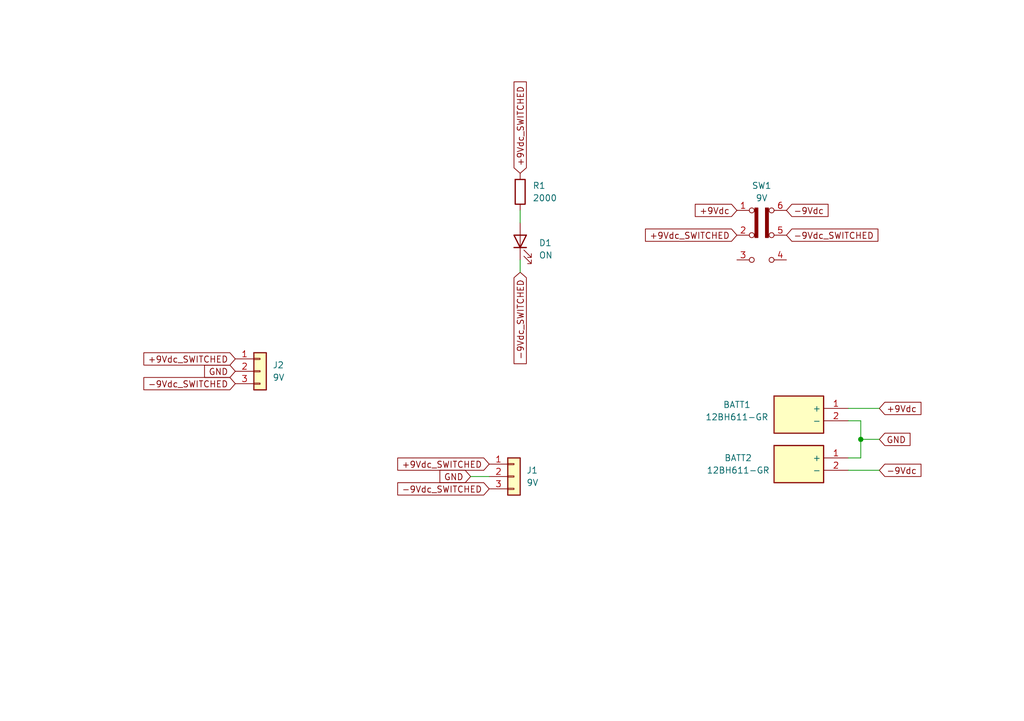
<source format=kicad_sch>
(kicad_sch (version 20231120) (generator "eeschema") (generator_version "8.0")
  (paper "A5")
  (title_block (title "OpAmp Battery Board") (rev "0.1"))
  (lib_symbols
    (symbol "Batt:12BH611-GR"
      (property "Reference" "BT" (at 16.51 7.62 0))
      (property "Value" "12BH611-GR" (at 16.51 5.08 0))
      (symbol "12BH611-GR_1_1"
        (rectangle (start 5.08 2.54) (end 15.24 -5.08) (stroke (width 0.254)) (fill (type background)))
        (pin passive line (at 0 -2.54 0) (length 5.08) (name "+") (number "1"))
        (pin passive line (at 0 0 0) (length 5.08) (name "-") (number "2"))
      )
    )
    (symbol "Device:LED" (pin_numbers hide) (pin_names (offset 1.016) hide)
      (property "Reference" "D" (at 0 2.54 0))
      (property "Value" "LED" (at 0 -2.54 0))
      (symbol "LED_0_1"
        (polyline (pts (xy -1.27 -1.27) (xy -1.27 1.27)) (stroke (width 0.254)))
        (polyline (pts (xy -1.27 0) (xy 1.27 0)))
        (polyline (pts (xy 1.27 -1.27) (xy 1.27 1.27) (xy -1.27 0) (xy 1.27 -1.27)) (stroke (width 0.254)))
        (polyline (pts (xy -3.048 -0.762) (xy -4.572 -2.286) (xy -3.81 -2.286) (xy -4.572 -2.286) (xy -4.572 -1.524)))
        (polyline (pts (xy -1.778 -0.762) (xy -3.302 -2.286) (xy -2.54 -2.286) (xy -3.302 -2.286) (xy -3.302 -1.524)))
      )
      (symbol "LED_1_1"
        (pin passive line (at -3.81 0 0) (length 2.54) (name "K") (number "1"))
        (pin passive line (at 3.81 0 180) (length 2.54) (name "A") (number "2"))
      )
    )
    (symbol "Device:R" (pin_numbers hide) (pin_names (offset 0))
      (property "Reference" "R" (at 2.032 0 90))
      (property "Value" "R" (at 0 0 90))
      (symbol "R_0_1"
        (rectangle (start -1.016 -2.54) (end 1.016 2.54) (stroke (width 0.254)))
      )
      (symbol "R_1_1"
        (pin passive line (at 0 3.81 270) (length 1.27) (name "~") (number "1"))
        (pin passive line (at 0 -3.81 90) (length 1.27) (name "~") (number "2"))
      )
    )
    (symbol "PCM_4ms_Connector:Conn_01x03" (pin_names (offset 1.016) hide)
      (property "Reference" "J" (at 0 5.08 0))
      (property "Value" "Conn_01x03" (at 0 -5.08 0))
      (symbol "Conn_01x03_1_1"
        (rectangle (start -1.27 -2.413) (end 0 -2.667) (stroke (width 0.1524)))
        (rectangle (start -1.27 0.127) (end 0 -0.127) (stroke (width 0.1524)))
        (rectangle (start -1.27 2.667) (end 0 2.413) (stroke (width 0.1524)))
        (rectangle (start -1.27 3.81) (end 1.27 -3.81) (stroke (width 0.254)) (fill (type background)))
        (pin passive line (at -5.08 2.54 0) (length 3.81) (name "Pin_1") (number "1"))
        (pin passive line (at -5.08 0 0) (length 3.81) (name "Pin_2") (number "2"))
        (pin passive line (at -5.08 -2.54 0) (length 3.81) (name "Pin_3") (number "3"))
      )
    )
    (symbol "Switch:SW_Slide_DPDT" (pin_names (offset 0) hide)
      (property "Reference" "SW" (at 0 6.858 0))
      (property "Value" "SW_Slide_DPDT" (at 0 -8.128 0))
      (symbol "SW_Slide_DPDT_0_0"
        (circle (center -2.032 -5.08) (radius 0.508))
        (circle (center -2.032 5.08) (radius 0.508))
        (circle (center 2.032 -5.08) (radius 0.508))
        (circle (center 2.032 0) (radius 0.508))
      )
      (symbol "SW_Slide_DPDT_0_1"
        (circle (center -2.032 0) (radius 0.508))
        (circle (center 2.032 5.08) (radius 0.508))
      )
      (symbol "SW_Slide_DPDT_1_1"
        (rectangle (start -1.397 5.588) (end -0.762 -0.508) (fill (type outline)))
        (rectangle (start 0.762 5.588) (end 1.397 -0.508) (fill (type outline)))
        (pin passive line (at -5.08 5.08 0) (length 2.54) (name "A") (number "1"))
        (pin passive line (at -5.08 0 0) (length 2.54) (name "B") (number "2"))
        (pin passive line (at -5.08 -5.08 0) (length 2.54) (name "C") (number "3"))
        (pin passive line (at 5.08 -5.08 180) (length 2.54) (name "A") (number "4"))
        (pin passive line (at 5.08 0 180) (length 2.54) (name "B") (number "5"))
        (pin passive line (at 5.08 5.08 180) (length 2.54) (name "C") (number "6"))
      )
    )
  )
  (junction (at 176.53 90.17))
  (wire (pts (xy 106.68 53.34) (xy 106.68 55.88)))
  (wire (pts (xy 176.53 90.17) (xy 180.34 90.17)))
  (wire (pts (xy 176.53 90.17) (xy 176.53 93.98)))
  (wire (pts (xy 96.52 97.79) (xy 100.33 97.79)))
  (wire (pts (xy 173.99 86.36) (xy 176.53 86.36)))
  (wire (pts (xy 176.53 93.98) (xy 173.99 93.98)))
  (wire (pts (xy 173.99 83.82) (xy 180.34 83.82)))
  (wire (pts (xy 173.99 96.52) (xy 180.34 96.52)))
  (wire (pts (xy 176.53 86.36) (xy 176.53 90.17)))
  (wire (pts (xy 106.68 43.18) (xy 106.68 45.72)))
  (global_label "GND" (shape input) (at 180.34 90.17 0) (property "Intersheetrefs" "${INTERSHEET_REFS}" (effects (hide yes))))
  (global_label "-9Vdc_SWITCHED" (shape input) (at 106.68 55.88 270) (property "Intersheetrefs" "${INTERSHEET_REFS}" (effects (hide yes))))
  (global_label "+9Vdc_SWITCHED" (shape input) (at 151.13 48.26 180) (property "Intersheetrefs" "${INTERSHEET_REFS}" (effects (hide yes))))
  (global_label "+9Vdc_SWITCHED" (shape input) (at 100.33 95.25 180) (property "Intersheetrefs" "${INTERSHEET_REFS}" (effects (hide yes))))
  (global_label "+9Vdc" (shape input) (at 180.34 83.82 0) (property "Intersheetrefs" "${INTERSHEET_REFS}" (effects (hide yes))))
  (global_label "+9Vdc" (shape input) (at 151.13 43.18 180) (property "Intersheetrefs" "${INTERSHEET_REFS}" (effects (hide yes))))
  (global_label "GND" (shape input) (at 48.26 76.2 180) (property "Intersheetrefs" "${INTERSHEET_REFS}" (effects (hide yes))))
  (global_label "-9Vdc_SWITCHED" (shape input) (at 48.26 78.74 180) (property "Intersheetrefs" "${INTERSHEET_REFS}" (effects (hide yes))))
  (global_label "-9Vdc" (shape input) (at 161.29 43.18 0) (property "Intersheetrefs" "${INTERSHEET_REFS}" (effects (hide yes))))
  (global_label "+9Vdc_SWITCHED" (shape input) (at 106.68 35.56 90) (property "Intersheetrefs" "${INTERSHEET_REFS}" (effects (hide yes))))
  (global_label "-9Vdc_SWITCHED" (shape input) (at 161.29 48.26 0) (property "Intersheetrefs" "${INTERSHEET_REFS}" (effects (hide yes))))
  (global_label "+9Vdc_SWITCHED" (shape input) (at 48.26 73.66 180) (property "Intersheetrefs" "${INTERSHEET_REFS}" (effects (hide yes))))
  (global_label "-9Vdc" (shape input) (at 180.34 96.52 0) (property "Intersheetrefs" "${INTERSHEET_REFS}" (effects (hide yes))))
  (global_label "-9Vdc_SWITCHED" (shape input) (at 100.33 100.33 180) (property "Intersheetrefs" "${INTERSHEET_REFS}" (effects (hide yes))))
  (global_label "GND" (shape input) (at 96.52 97.79 180) (property "Intersheetrefs" "${INTERSHEET_REFS}" (effects (hide yes))))
  (symbol (lib_id "Device:LED") (at 106.68 49.53 90) (unit 1)
    (property "Reference" "D1" (at 110.49 49.8474 90) (effects (justify right)))
    (property "Value" "ON" (at 110.49 52.3874 90) (effects (justify right)))
    (property "Footprint" "LED_THT:LED_D5.0mm" (effects (hide yes)))
    (property "Description" "Light emitting diode" (effects (hide yes)))
  )
  (symbol (lib_id "Device:R") (at 106.68 39.37 0) (unit 1)
    (property "Reference" "R1" (at 109.22 38.0999 0) (effects (justify left)))
    (property "Value" "2000" (at 109.22 40.6399 0) (effects (justify left)))
    (property "Footprint" "Resistor_THT:R_Axial_DIN0207_L6.3mm_D2.5mm_P10.16mm_Horizontal" (effects (hide yes)))
    (property "Description" "Resistor" (effects (hide yes)))
  )
  (symbol (lib_id "Batt:12BH611-GR") (at 173.99 96.52 180) (unit 1)
    (property "Reference" "BATT2" (at 151.384 93.98 0))
    (property "Value" "12BH611-GR" (at 151.384 96.52 0))
    (property "Footprint" "Batt:12BH611GR" (effects (hide yes)))
    (property "Datasheet" "https://www.mouser.com/datasheet/2/209/EPD-200766-1274481.pdf" (effects (hide yes)))
    (property "Description" "9V Battery Snaps & Contacts 9V PC BLK" (effects (hide yes)))
    (property "Height" "21" (effects (hide yes)))
    (property "Manufacturer_Name" "Eagle Plastic Devices" (effects (hide yes)))
    (property "Manufacturer_Part_Number" "12BH611-GR" (effects (hide yes)))
    (property "Mouser Part Number" "12BH611-GR" (effects (hide yes)))
    (property "Mouser Price/Stock" "https://www.mouser.co.uk/ProductDetail/Eagle-Plastic-Devices/12BH611-GR?qs=1oCNi33g9sc5AWzrf3Mgtg%3D%3D" (effects (hide yes)))
  )
  (symbol (lib_id "PCM_4ms_Connector:Conn_01x03") (at 53.34 76.2 0) (unit 1)
    (property "Reference" "J2" (at 55.88 74.9299 0) (effects (justify left)))
    (property "Value" "9V" (at 55.88 77.4699 0) (effects (justify left)))
    (property "Footprint" "Connector_PinHeader_2.54mm:PinHeader_1x03_P2.54mm_Vertical" (effects (hide yes)))
    (property "Description" "HEADER 1x3 MALE PINS 0.100” 180deg" (effects (hide yes)))
    (property "Specifications" "HEADER 1x3 MALE PINS 0.100” 180deg" (effects (hide yes)))
    (property "Manufacturer" "TAD" (effects (hide yes)))
    (property "Part Number" "1-0301FBV0T" (effects (hide yes)))
  )
  (symbol (lib_id "Switch:SW_Slide_DPDT") (at 156.21 48.26 0) (unit 1)
    (property "Reference" "SW1" (at 156.21 38.1 0))
    (property "Value" "9V" (at 156.21 40.64 0))
    (property "Footprint" "Button_Switch_THT:SW_CK_JS202011CQN_DPDT_Straight" (effects (hide yes)))
    (property "Description" "Slide Switch, dual pole double throw" (effects (hide yes)))
  )
  (symbol (lib_id "Batt:12BH611-GR") (at 173.99 86.36 180) (unit 1)
    (property "Reference" "BATT1" (at 151.13 83.058 0))
    (property "Value" "12BH611-GR" (at 151.13 85.598 0))
    (property "Footprint" "Batt:12BH611GR" (effects (hide yes)))
    (property "Datasheet" "https://www.mouser.com/datasheet/2/209/EPD-200766-1274481.pdf" (effects (hide yes)))
    (property "Description" "9V Battery Snaps & Contacts 9V PC BLK" (effects (hide yes)))
    (property "Height" "21" (effects (hide yes)))
    (property "Manufacturer_Name" "Eagle Plastic Devices" (effects (hide yes)))
    (property "Manufacturer_Part_Number" "12BH611-GR" (effects (hide yes)))
    (property "Mouser Part Number" "12BH611-GR" (effects (hide yes)))
    (property "Mouser Price/Stock" "https://www.mouser.co.uk/ProductDetail/Eagle-Plastic-Devices/12BH611-GR?qs=1oCNi33g9sc5AWzrf3Mgtg%3D%3D" (effects (hide yes)))
  )
  (symbol (lib_id "PCM_4ms_Connector:Conn_01x03") (at 105.41 97.79 0) (unit 1)
    (property "Reference" "J1" (at 107.95 96.5199 0) (effects (justify left)))
    (property "Value" "9V" (at 107.95 99.0599 0) (effects (justify left)))
    (property "Footprint" "TerminalBlock:TerminalBlock_bornier-3_P5.08mm" (effects (hide yes)))
    (property "Description" "HEADER 1x3 MALE PINS 0.100” 180deg" (effects (hide yes)))
    (property "Specifications" "HEADER 1x3 MALE PINS 0.100” 180deg" (effects (hide yes)))
    (property "Manufacturer" "TAD" (effects (hide yes)))
    (property "Part Number" "1-0301FBV0T" (effects (hide yes)))
  )
)
</source>
